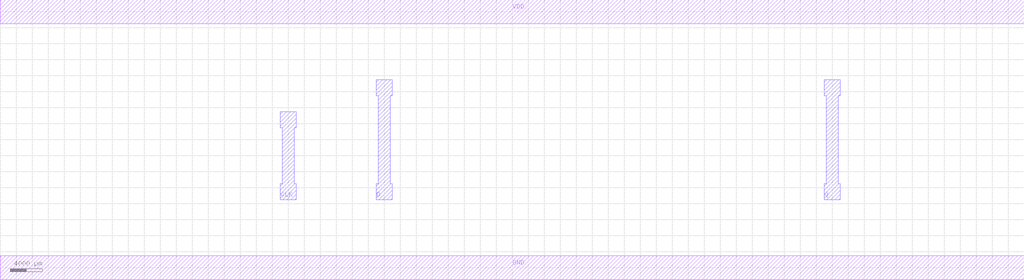
<source format=lef>
MACRO DFFPOSX1
 CLASS CORE ;
 ORIGIN 0 0 ;
 FOREIGN DFFPOSX1 0 0 ;
 SITE CORE ;
 SYMMETRY X Y R90 ;
  PIN VDD
   DIRECTION INOUT ;
   USE SIGNAL ;
   SHAPE ABUTMENT ;
    PORT
     CLASS CORE ;
       LAYER metal1 ;
        RECT 0.00000000 30500.00000000 128000.00000000 33500.00000000 ;
    END
  END VDD

  PIN GND
   DIRECTION INOUT ;
   USE SIGNAL ;
   SHAPE ABUTMENT ;
    PORT
     CLASS CORE ;
       LAYER metal1 ;
        RECT 0.00000000 -1500.00000000 128000.00000000 1500.00000000 ;
    END
  END GND

  PIN Q
   DIRECTION INOUT ;
   USE SIGNAL ;
   SHAPE ABUTMENT ;
    PORT
     CLASS CORE ;
       LAYER metal2 ;
        POLYGON 103000.00000000 8500.00000000 103000.00000000 10500.00000000 103250.00000000 10500.00000000 103250.00000000 21500.00000000 103000.00000000 21500.00000000 103000.00000000 23500.00000000 105000.00000000 23500.00000000 105000.00000000 21500.00000000 104750.00000000 21500.00000000 104750.00000000 10500.00000000 105000.00000000 10500.00000000 105000.00000000 8500.00000000 ;
    END
  END Q

  PIN CLK
   DIRECTION INOUT ;
   USE SIGNAL ;
   SHAPE ABUTMENT ;
    PORT
     CLASS CORE ;
       LAYER metal2 ;
        POLYGON 35000.00000000 8500.00000000 35000.00000000 10500.00000000 35250.00000000 10500.00000000 35250.00000000 17500.00000000 35000.00000000 17500.00000000 35000.00000000 19500.00000000 37000.00000000 19500.00000000 37000.00000000 17500.00000000 36750.00000000 17500.00000000 36750.00000000 10500.00000000 37000.00000000 10500.00000000 37000.00000000 8500.00000000 ;
    END
  END CLK

  PIN D
   DIRECTION INOUT ;
   USE SIGNAL ;
   SHAPE ABUTMENT ;
    PORT
     CLASS CORE ;
       LAYER metal2 ;
        POLYGON 47000.00000000 8500.00000000 47000.00000000 10500.00000000 47250.00000000 10500.00000000 47250.00000000 21500.00000000 47000.00000000 21500.00000000 47000.00000000 23500.00000000 49000.00000000 23500.00000000 49000.00000000 21500.00000000 48750.00000000 21500.00000000 48750.00000000 10500.00000000 49000.00000000 10500.00000000 49000.00000000 8500.00000000 ;
    END
  END D


END DFFPOSX1

</source>
